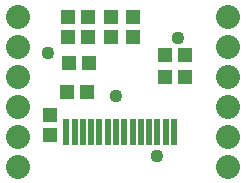
<source format=gbs>
G75*
%MOIN*%
%OFA0B0*%
%FSLAX24Y24*%
%IPPOS*%
%LPD*%
%AMOC8*
5,1,8,0,0,1.08239X$1,22.5*
%
%ADD10C,0.0800*%
%ADD11R,0.0217X0.0855*%
%ADD12R,0.0493X0.0454*%
%ADD13R,0.0454X0.0493*%
%ADD14C,0.0436*%
D10*
X000670Y001227D03*
X000670Y002227D03*
X000670Y003227D03*
X000670Y004227D03*
X000670Y005227D03*
X000670Y006227D03*
X007670Y006227D03*
X007670Y005227D03*
X007670Y004227D03*
X007670Y003227D03*
X007670Y002227D03*
X007670Y001227D03*
D11*
X005871Y002388D03*
X005595Y002388D03*
X005320Y002388D03*
X005044Y002388D03*
X004769Y002388D03*
X004493Y002388D03*
X004217Y002388D03*
X003942Y002388D03*
X003666Y002388D03*
X003391Y002388D03*
X003115Y002388D03*
X002839Y002388D03*
X002564Y002388D03*
X002288Y002388D03*
D12*
X002300Y003711D03*
X002969Y003711D03*
X003036Y004679D03*
X002367Y004679D03*
X002331Y005550D03*
X003001Y005550D03*
X003017Y006231D03*
X002347Y006231D03*
X005587Y004963D03*
X006257Y004963D03*
X006257Y004211D03*
X005587Y004211D03*
D13*
X004497Y005534D03*
X004497Y006203D03*
X003780Y006215D03*
X003780Y005546D03*
X001733Y002947D03*
X001733Y002278D03*
D14*
X003946Y003593D03*
X005316Y001593D03*
X001670Y005026D03*
X006020Y005518D03*
M02*

</source>
